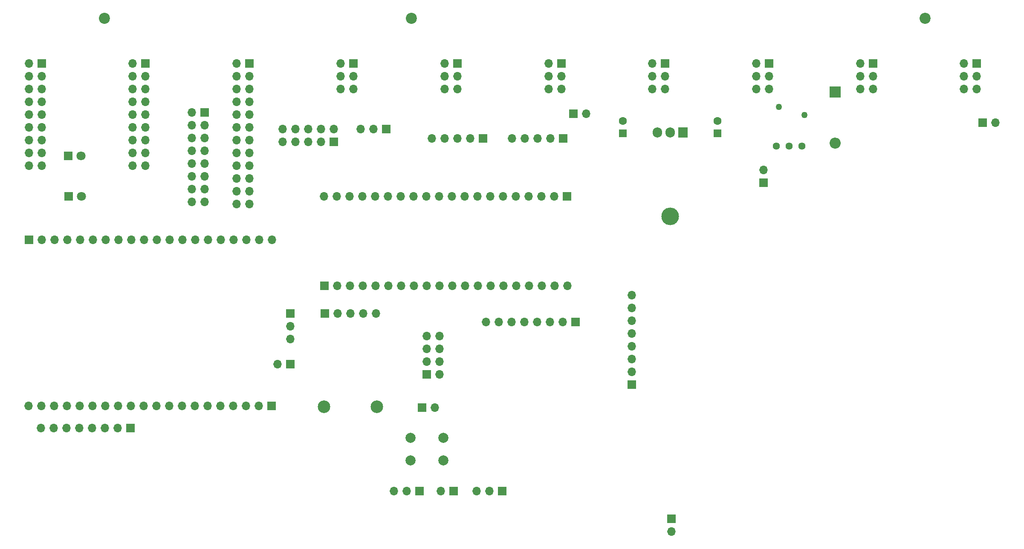
<source format=gbr>
%TF.GenerationSoftware,KiCad,Pcbnew,6.0.8-f2edbf62ab~116~ubuntu20.04.1*%
%TF.CreationDate,2023-08-02T22:58:18+02:00*%
%TF.ProjectId,Board_Bluetooth_radio_platform,426f6172-645f-4426-9c75-65746f6f7468,rev?*%
%TF.SameCoordinates,Original*%
%TF.FileFunction,Soldermask,Bot*%
%TF.FilePolarity,Negative*%
%FSLAX46Y46*%
G04 Gerber Fmt 4.6, Leading zero omitted, Abs format (unit mm)*
G04 Created by KiCad (PCBNEW 6.0.8-f2edbf62ab~116~ubuntu20.04.1) date 2023-08-02 22:58:18*
%MOMM*%
%LPD*%
G01*
G04 APERTURE LIST*
%ADD10C,2.500000*%
%ADD11C,2.200000*%
%ADD12R,1.700000X1.700000*%
%ADD13O,1.700000X1.700000*%
%ADD14O,3.500000X3.500000*%
%ADD15R,1.905000X2.000000*%
%ADD16O,1.905000X2.000000*%
%ADD17R,1.800000X1.800000*%
%ADD18C,1.800000*%
%ADD19C,1.440000*%
%ADD20R,2.200000X2.200000*%
%ADD21O,2.200000X2.200000*%
%ADD22C,2.000000*%
%ADD23R,1.600000X1.600000*%
%ADD24C,1.600000*%
%ADD25C,1.270000*%
G04 APERTURE END LIST*
D10*
%TO.C,REF5*%
X93600000Y-102700000D03*
%TD*%
%TO.C,REF4*%
X83100000Y-102700000D03*
%TD*%
D11*
%TO.C,REF3*%
X202500000Y-25500000D03*
%TD*%
%TO.C,REF2*%
X100500000Y-25500000D03*
%TD*%
%TO.C,REF1*%
X39500000Y-25500000D03*
%TD*%
D12*
%TO.C,J_III1*%
X171510000Y-34500000D03*
D13*
X168970000Y-34500000D03*
X171510000Y-37040000D03*
X168970000Y-37040000D03*
X171510000Y-39580000D03*
X168970000Y-39580000D03*
%TD*%
D12*
%TO.C,J_sys1*%
X132608000Y-44425000D03*
D13*
X135148000Y-44425000D03*
%TD*%
D12*
%TO.C,J_VI1*%
X109590000Y-34500000D03*
D13*
X107050000Y-34500000D03*
X109590000Y-37040000D03*
X107050000Y-37040000D03*
X109590000Y-39580000D03*
X107050000Y-39580000D03*
%TD*%
D12*
%TO.C,J_pwrLed1*%
X170434000Y-58166000D03*
D13*
X170434000Y-55626000D03*
%TD*%
D12*
%TO.C,J13*%
X144247000Y-98283000D03*
D13*
X144247000Y-95743000D03*
X144247000Y-93203000D03*
X144247000Y-90663000D03*
X144247000Y-88123000D03*
X144247000Y-85583000D03*
X144247000Y-83043000D03*
X144247000Y-80503000D03*
%TD*%
D12*
%TO.C,J3*%
X72725000Y-102550000D03*
D13*
X70185000Y-102550000D03*
X67645000Y-102550000D03*
X65105000Y-102550000D03*
X62565000Y-102550000D03*
X60025000Y-102550000D03*
X57485000Y-102550000D03*
X54945000Y-102550000D03*
X52405000Y-102550000D03*
X49865000Y-102550000D03*
X47325000Y-102550000D03*
X44785000Y-102550000D03*
X42245000Y-102550000D03*
X39705000Y-102550000D03*
X37165000Y-102550000D03*
X34625000Y-102550000D03*
X32085000Y-102550000D03*
X29545000Y-102550000D03*
X27005000Y-102550000D03*
X24465000Y-102550000D03*
%TD*%
D12*
%TO.C,J_IX1*%
X47677500Y-34500000D03*
D13*
X45137500Y-34500000D03*
X47677500Y-37040000D03*
X45137500Y-37040000D03*
X47677500Y-39580000D03*
X45137500Y-39580000D03*
X47677500Y-42120000D03*
X45137500Y-42120000D03*
X47677500Y-44660000D03*
X45137500Y-44660000D03*
X47677500Y-47200000D03*
X45137500Y-47200000D03*
X47677500Y-49740000D03*
X45137500Y-49740000D03*
X47677500Y-52280000D03*
X45137500Y-52280000D03*
X47677500Y-54820000D03*
X45137500Y-54820000D03*
%TD*%
D12*
%TO.C,J_I1*%
X212780000Y-34500000D03*
D13*
X210240000Y-34500000D03*
X212780000Y-37040000D03*
X210240000Y-37040000D03*
X212780000Y-39580000D03*
X210240000Y-39580000D03*
%TD*%
D12*
%TO.C,J11*%
X130600000Y-49325000D03*
D13*
X128060000Y-49325000D03*
X125520000Y-49325000D03*
X122980000Y-49325000D03*
X120440000Y-49325000D03*
%TD*%
D12*
%TO.C,J12*%
X114700000Y-49325000D03*
D13*
X112160000Y-49325000D03*
X109620000Y-49325000D03*
X107080000Y-49325000D03*
X104540000Y-49325000D03*
%TD*%
D12*
%TO.C,J16*%
X68315000Y-34500000D03*
D13*
X65775000Y-34500000D03*
X68315000Y-37040000D03*
X65775000Y-37040000D03*
X68315000Y-39580000D03*
X65775000Y-39580000D03*
X68315000Y-42120000D03*
X65775000Y-42120000D03*
X68315000Y-44660000D03*
X65775000Y-44660000D03*
X68315000Y-47200000D03*
X65775000Y-47200000D03*
X68315000Y-49740000D03*
X65775000Y-49740000D03*
X68315000Y-52280000D03*
X65775000Y-52280000D03*
X68315000Y-54820000D03*
X65775000Y-54820000D03*
X68315000Y-57360000D03*
X65775000Y-57360000D03*
X68315000Y-59900000D03*
X65775000Y-59900000D03*
X68315000Y-62440000D03*
X65775000Y-62440000D03*
%TD*%
D14*
%TO.C,U1*%
X151892000Y-64834000D03*
D15*
X154432000Y-48174000D03*
D16*
X151892000Y-48174000D03*
X149352000Y-48174000D03*
%TD*%
D12*
%TO.C,J14*%
X76454000Y-84169000D03*
D13*
X76454000Y-86709000D03*
X76454000Y-89249000D03*
%TD*%
D12*
%TO.C,J_VII1*%
X88952500Y-34500000D03*
D13*
X86412500Y-34500000D03*
X88952500Y-37040000D03*
X86412500Y-37040000D03*
X88952500Y-39580000D03*
X86412500Y-39580000D03*
%TD*%
D17*
%TO.C,D2*%
X32350000Y-52850000D03*
D18*
X34890000Y-52850000D03*
%TD*%
D12*
%TO.C,JGPIO9*%
X102108000Y-119463000D03*
D13*
X99568000Y-119463000D03*
X97028000Y-119463000D03*
%TD*%
D12*
%TO.C,J9*%
X85090000Y-50038000D03*
D13*
X85090000Y-47498000D03*
X82550000Y-50038000D03*
X82550000Y-47498000D03*
X80010000Y-50038000D03*
X80010000Y-47498000D03*
X77470000Y-50038000D03*
X77470000Y-47498000D03*
X74930000Y-50038000D03*
X74930000Y-47498000D03*
%TD*%
D12*
%TO.C,J_IV1*%
X150875000Y-34500000D03*
D13*
X148335000Y-34500000D03*
X150875000Y-37040000D03*
X148335000Y-37040000D03*
X150875000Y-39580000D03*
X148335000Y-39580000D03*
%TD*%
D19*
%TO.C,RV1*%
X172964000Y-50909000D03*
X175504000Y-50909000D03*
X178044000Y-50909000D03*
%TD*%
D17*
%TO.C,D3*%
X32400000Y-60900000D03*
D18*
X34940000Y-60900000D03*
%TD*%
D12*
%TO.C,J10*%
X95504000Y-47498000D03*
D13*
X92964000Y-47498000D03*
X90424000Y-47498000D03*
%TD*%
D12*
%TO.C,J_X1*%
X27040000Y-34500000D03*
D13*
X24500000Y-34500000D03*
X27040000Y-37040000D03*
X24500000Y-37040000D03*
X27040000Y-39580000D03*
X24500000Y-39580000D03*
X27040000Y-42120000D03*
X24500000Y-42120000D03*
X27040000Y-44660000D03*
X24500000Y-44660000D03*
X27040000Y-47200000D03*
X24500000Y-47200000D03*
X27040000Y-49740000D03*
X24500000Y-49740000D03*
X27040000Y-52280000D03*
X24500000Y-52280000D03*
X27040000Y-54820000D03*
X24500000Y-54820000D03*
%TD*%
D12*
%TO.C,J20*%
X83300000Y-84175000D03*
D13*
X85840000Y-84175000D03*
X88380000Y-84175000D03*
X90920000Y-84175000D03*
X93460000Y-84175000D03*
%TD*%
D20*
%TO.C,D1*%
X184658000Y-40132000D03*
D21*
X184658000Y-50292000D03*
%TD*%
D12*
%TO.C,J15*%
X76434000Y-94259000D03*
D13*
X73894000Y-94259000D03*
%TD*%
D12*
%TO.C,JRP4020L_1*%
X83200000Y-78615000D03*
D13*
X85740000Y-78615000D03*
X88280000Y-78615000D03*
X90820000Y-78615000D03*
X93360000Y-78615000D03*
X95900000Y-78615000D03*
X98440000Y-78615000D03*
X100980000Y-78615000D03*
X103520000Y-78615000D03*
X106060000Y-78615000D03*
X108600000Y-78615000D03*
X111140000Y-78615000D03*
X113680000Y-78615000D03*
X116220000Y-78615000D03*
X118760000Y-78615000D03*
X121300000Y-78615000D03*
X123840000Y-78615000D03*
X126380000Y-78615000D03*
X128920000Y-78615000D03*
X131460000Y-78615000D03*
%TD*%
D22*
%TO.C,SW1*%
X106842000Y-108850000D03*
X100342000Y-108850000D03*
X106842000Y-113350000D03*
X100342000Y-113350000D03*
%TD*%
D23*
%TO.C,C2*%
X161290000Y-48363113D03*
D24*
X161290000Y-45863113D03*
%TD*%
D12*
%TO.C,J5*%
X24525000Y-69530000D03*
D13*
X27065000Y-69530000D03*
X29605000Y-69530000D03*
X32145000Y-69530000D03*
X34685000Y-69530000D03*
X37225000Y-69530000D03*
X39765000Y-69530000D03*
X42305000Y-69530000D03*
X44845000Y-69530000D03*
X47385000Y-69530000D03*
X49925000Y-69530000D03*
X52465000Y-69530000D03*
X55005000Y-69530000D03*
X57545000Y-69530000D03*
X60085000Y-69530000D03*
X62625000Y-69530000D03*
X65165000Y-69530000D03*
X67705000Y-69530000D03*
X70245000Y-69530000D03*
X72785000Y-69530000D03*
%TD*%
D12*
%TO.C,J19*%
X108858000Y-119463000D03*
D13*
X106318000Y-119463000D03*
%TD*%
D12*
%TO.C,J_II1*%
X192145000Y-34500000D03*
D13*
X189605000Y-34500000D03*
X192145000Y-37040000D03*
X189605000Y-37040000D03*
X192145000Y-39580000D03*
X189605000Y-39580000D03*
%TD*%
D25*
%TO.C,F1*%
X178562000Y-44704000D03*
X173462000Y-43104000D03*
%TD*%
D12*
%TO.C,J7*%
X103500000Y-96250000D03*
D13*
X106040000Y-96250000D03*
X103500000Y-93710000D03*
X106040000Y-93710000D03*
X103500000Y-91170000D03*
X106040000Y-91170000D03*
X103500000Y-88630000D03*
X106040000Y-88630000D03*
%TD*%
D12*
%TO.C,JGPIO7*%
X118538000Y-119463000D03*
D13*
X115998000Y-119463000D03*
X113458000Y-119463000D03*
%TD*%
D12*
%TO.C,J1*%
X213888000Y-46203000D03*
D13*
X216428000Y-46203000D03*
%TD*%
D23*
%TO.C,C1*%
X142494000Y-48363113D03*
D24*
X142494000Y-45863113D03*
%TD*%
D12*
%TO.C,J17*%
X152146000Y-124988000D03*
D13*
X152146000Y-127528000D03*
%TD*%
D12*
%TO.C,JRP2040R_1*%
X131400000Y-60835000D03*
D13*
X128860000Y-60835000D03*
X126320000Y-60835000D03*
X123780000Y-60835000D03*
X121240000Y-60835000D03*
X118700000Y-60835000D03*
X116160000Y-60835000D03*
X113620000Y-60835000D03*
X111080000Y-60835000D03*
X108540000Y-60835000D03*
X106000000Y-60835000D03*
X103460000Y-60835000D03*
X100920000Y-60835000D03*
X98380000Y-60835000D03*
X95840000Y-60835000D03*
X93300000Y-60835000D03*
X90760000Y-60835000D03*
X88220000Y-60835000D03*
X85680000Y-60835000D03*
X83140000Y-60835000D03*
%TD*%
D12*
%TO.C,J2*%
X44704000Y-106934000D03*
D13*
X42164000Y-106934000D03*
X39624000Y-106934000D03*
X37084000Y-106934000D03*
X34544000Y-106934000D03*
X32004000Y-106934000D03*
X29464000Y-106934000D03*
X26924000Y-106934000D03*
%TD*%
D12*
%TO.C,J4*%
X102616000Y-102870000D03*
D13*
X105156000Y-102870000D03*
%TD*%
D12*
%TO.C,J_V1*%
X130240000Y-34500000D03*
D13*
X127700000Y-34500000D03*
X130240000Y-37040000D03*
X127700000Y-37040000D03*
X130240000Y-39580000D03*
X127700000Y-39580000D03*
%TD*%
D12*
%TO.C,J8*%
X59390000Y-44225000D03*
D13*
X56850000Y-44225000D03*
X59390000Y-46765000D03*
X56850000Y-46765000D03*
X59390000Y-49305000D03*
X56850000Y-49305000D03*
X59390000Y-51845000D03*
X56850000Y-51845000D03*
X59390000Y-54385000D03*
X56850000Y-54385000D03*
X59390000Y-56925000D03*
X56850000Y-56925000D03*
X59390000Y-59465000D03*
X56850000Y-59465000D03*
X59390000Y-62005000D03*
X56850000Y-62005000D03*
%TD*%
D12*
%TO.C,J6*%
X133096000Y-85852000D03*
D13*
X130556000Y-85852000D03*
X128016000Y-85852000D03*
X125476000Y-85852000D03*
X122936000Y-85852000D03*
X120396000Y-85852000D03*
X117856000Y-85852000D03*
X115316000Y-85852000D03*
%TD*%
M02*

</source>
